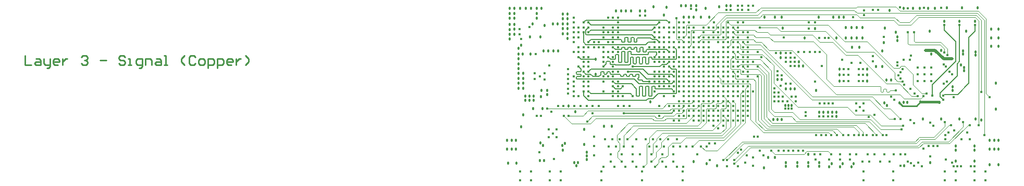
<source format=gbr>
G04 Layer_Physical_Order=3*
G04 Layer_Color=36540*
%FSLAX24Y24*%
%MOIN*%
%TF.FileFunction,Copper,L3,Inr,Signal*%
%TF.Part,Single*%
G01*
G75*
%TA.AperFunction,Conductor*%
%ADD42C,0.0060*%
%ADD45C,0.0150*%
%ADD48C,0.0200*%
%ADD51C,0.0100*%
%TA.AperFunction,NonConductor*%
%ADD55C,0.0100*%
%TA.AperFunction,ViaPad*%
%ADD59C,0.0160*%
%ADD60C,0.0180*%
%TA.AperFunction,TestPad*%
%ADD61C,0.0160*%
%TA.AperFunction,ViaPad*%
%ADD62C,0.0170*%
%TA.AperFunction,Conductor*%
%ADD68C,0.0045*%
%ADD69C,0.0040*%
%ADD70C,0.0064*%
D42*
X7362Y7795D02*
X8228D01*
X7323Y7835D02*
X7362Y7795D01*
X7047Y7835D02*
X7323D01*
X6297Y7045D02*
X6417Y7165D01*
X5748Y7205D02*
X5908Y7045D01*
X6297D01*
X4882Y6890D02*
X8543D01*
X4843Y6929D02*
X4882Y6890D01*
X9449Y7874D02*
X9488Y7913D01*
X9331Y7874D02*
X9449D01*
X9291Y7913D02*
X9331Y7874D01*
X10197Y7677D02*
X10352Y7832D01*
X8465Y7677D02*
X10197D01*
X9291Y7913D02*
Y8268D01*
X9055Y7874D02*
X9094Y7913D01*
X8937Y7874D02*
X9055D01*
X8898Y7913D02*
X8937Y7874D01*
X8661D02*
X8701Y7913D01*
X8543Y7874D02*
X8661D01*
X8504Y7913D02*
X8543Y7874D01*
X11260Y8189D02*
Y8780D01*
X11102Y8937D02*
X11260Y8780D01*
X9449Y5630D02*
X9764D01*
X9331Y5512D02*
X9449Y5630D01*
X5630Y5512D02*
X9331D01*
X5630D02*
Y5512D01*
X5315Y5827D02*
X5630Y5512D01*
X10079Y5945D02*
X11220D01*
X9764Y5630D02*
X10079Y5945D01*
X9882Y6299D02*
X9921Y6260D01*
X9882Y6299D02*
Y6378D01*
X9843Y6417D02*
X9882Y6378D01*
X9724Y6417D02*
X9843D01*
X9685Y6378D02*
X9724Y6417D01*
X9685Y5827D02*
Y6378D01*
X9646Y5787D02*
X9685Y5827D01*
X9528Y5787D02*
X9646D01*
X9488Y5827D02*
X9528Y5787D01*
X9488Y5827D02*
Y6378D01*
X9449Y6417D02*
X9488Y6378D01*
X9331Y6417D02*
X9449D01*
X9291Y6378D02*
X9331Y6417D01*
X9291Y5827D02*
Y6378D01*
X9252Y5787D02*
X9291Y5827D01*
X9134Y5787D02*
X9252D01*
X9094Y5827D02*
X9134Y5787D01*
X9094Y5827D02*
Y6378D01*
X9055Y6417D02*
X9094Y6378D01*
X8937Y6417D02*
X9055D01*
X8898Y6378D02*
X8937Y6417D01*
X8898Y5827D02*
Y6378D01*
X8858Y5787D02*
X8898Y5827D01*
X8740Y5787D02*
X8858D01*
X8701Y5827D02*
X8740Y5787D01*
X8701Y5827D02*
Y6260D01*
X9921D02*
X10945D01*
X10352Y7832D02*
X10627D01*
X10787Y7992D01*
X9843Y8307D02*
X10000Y8465D01*
Y8583D01*
X9961Y8622D02*
X10000Y8583D01*
X9488Y8622D02*
X9961D01*
X9449Y8583D02*
X9488Y8622D01*
X9449Y8504D02*
Y8583D01*
X9409Y8465D02*
X9449Y8504D01*
X8386Y8465D02*
X9409D01*
X8346Y8504D02*
X8386Y8465D01*
X9370Y8780D02*
X10630D01*
X9331Y8740D02*
X9370Y8780D01*
X9331Y8661D02*
Y8740D01*
X9291Y8622D02*
X9331Y8661D01*
X9173Y8622D02*
X9291D01*
X9134Y8661D02*
X9173Y8622D01*
X9134Y8661D02*
Y8898D01*
X9094Y8937D02*
X9134Y8898D01*
X8976Y8937D02*
X9094D01*
X8937Y8898D02*
X8976Y8937D01*
X8937Y8661D02*
Y8898D01*
X8898Y8622D02*
X8937Y8661D01*
X8780Y8622D02*
X8898D01*
X8740Y8661D02*
X8780Y8622D01*
X8740Y8661D02*
Y8898D01*
X8701Y8937D02*
X8740Y8898D01*
X8583Y8937D02*
X8701D01*
X8543Y8898D02*
X8583Y8937D01*
X8543Y8819D02*
Y8898D01*
X8504Y8780D02*
X8543Y8819D01*
X8386Y8780D02*
X8504D01*
X8346Y8819D02*
X8386Y8780D01*
X8346Y8819D02*
Y8898D01*
X8307Y8937D02*
X8346Y8898D01*
X8189Y8937D02*
X8307D01*
X8150Y8898D02*
X8189Y8937D01*
X8150Y8819D02*
Y8898D01*
X8110Y8780D02*
X8150Y8819D01*
X7992Y8780D02*
X8110D01*
X7953Y8819D02*
X7992Y8780D01*
X7953Y8819D02*
Y8898D01*
X7913Y8937D02*
X7953Y8898D01*
X7795Y8937D02*
X7913D01*
X7756Y8898D02*
X7795Y8937D01*
X7756Y8819D02*
Y8898D01*
X7717Y8780D02*
X7756Y8819D01*
X7362Y8780D02*
X7717D01*
X9724Y9409D02*
X10000D01*
X9606Y9528D02*
X9724Y9409D01*
X8780Y9528D02*
X9606D01*
X8740Y9488D02*
X8780Y9528D01*
X8740Y9488D02*
X8740D01*
X8740Y9291D02*
Y9488D01*
X8701Y9252D02*
X8740Y9291D01*
X8583Y9252D02*
X8701D01*
X8543Y9291D02*
X8583Y9252D01*
X8543Y9291D02*
Y9528D01*
X8504Y9567D02*
X8543Y9528D01*
X8386Y9567D02*
X8504D01*
X8346Y9528D02*
X8386Y9567D01*
X8346Y9291D02*
Y9528D01*
X8307Y9252D02*
X8346Y9291D01*
X8189Y9252D02*
X8307D01*
X8150Y9291D02*
X8189Y9252D01*
X8150Y9291D02*
Y9528D01*
X8110Y9567D02*
X8150Y9528D01*
X7992Y9567D02*
X8110D01*
X7953Y9528D02*
X7992Y9567D01*
X7953Y9291D02*
Y9528D01*
X7913Y9252D02*
X7953Y9291D01*
X7795Y9252D02*
X7913D01*
X7756Y9291D02*
X7795Y9252D01*
X7756Y9291D02*
Y9370D01*
X7717Y9409D02*
X7756Y9370D01*
X5787Y9409D02*
X7717D01*
X5787Y7520D02*
X9134D01*
X5630Y7362D02*
X5787Y7520D01*
X9134D02*
X9449Y7205D01*
X10787Y7677D02*
X10945Y7520D01*
X11220D01*
X11260Y7480D01*
Y5984D02*
Y7480D01*
X11220Y5945D02*
X11260Y5984D01*
X5315Y5827D02*
Y6102D01*
X10945Y6575D02*
X11102Y6732D01*
X8858Y6575D02*
X10945D01*
X5315Y7362D02*
X5472Y7205D01*
Y7205D02*
X5748D01*
X7205Y6732D02*
X7362Y6575D01*
X10945Y6260D02*
X11102Y6102D01*
X7205Y6417D02*
X7205D01*
X7362Y6260D01*
X10630Y6890D02*
X10787Y6732D01*
X8543Y6890D02*
X8858Y6575D01*
X8150Y7362D02*
X8898D01*
X9370Y6890D01*
X10630D01*
X5630Y6102D02*
X5630D01*
X5787Y5945D01*
X10945Y7205D02*
X11102Y7047D01*
X9449Y7205D02*
X10945D01*
X7205Y8937D02*
X7362Y8780D01*
X10630D02*
X10787Y8622D01*
X5630Y9252D02*
X5787Y9409D01*
X10000D02*
X10157Y9252D01*
X6890Y8307D02*
X7047Y8150D01*
Y8150D02*
Y8150D01*
Y8150D02*
X7323D01*
X7362Y8189D01*
Y8425D01*
X7402Y8465D01*
X7520D01*
X7559Y8425D01*
Y7992D02*
Y8425D01*
X8150Y7992D02*
Y8622D01*
X8189Y8661D01*
X8307D01*
X8346Y8622D01*
Y8504D02*
Y8622D01*
X5630Y9882D02*
X5787Y10039D01*
X9685D01*
X9843Y10197D01*
X5630Y10512D02*
X5787Y10354D01*
X10000D01*
X10157Y10512D01*
X5472Y10039D02*
X5630Y10197D01*
X5472Y9764D02*
Y10039D01*
Y9764D02*
X5512Y9724D01*
X9685D01*
X9843Y9567D01*
X5315Y10512D02*
X5472Y10669D01*
X10630D01*
X10787Y10512D01*
X5315Y9252D02*
Y9882D01*
Y9252D02*
X5472Y9094D01*
X9291D01*
X9449Y9252D01*
X9843D01*
X5787Y5945D02*
X8307D01*
X8465Y5787D01*
X7362Y6575D02*
X8386D01*
X8701Y6260D01*
X11220Y8150D02*
X11260Y8189D01*
X11260D01*
X9724Y8150D02*
X11220D01*
X8307Y7874D02*
Y8268D01*
X8346Y8307D01*
X8465D01*
X8504Y8268D01*
Y7913D02*
Y8268D01*
X8701Y7913D02*
Y8268D01*
X8740Y8307D01*
X8858D01*
X8898Y8268D01*
Y7913D02*
Y8268D01*
X9094Y7913D02*
Y8268D01*
X9134Y8307D01*
X9252D01*
X9291Y8268D01*
X9488Y7913D02*
Y8268D01*
X9528Y8307D01*
X9646D01*
X9685Y8268D01*
Y8189D02*
Y8268D01*
Y8189D02*
X9724Y8150D01*
X7559Y7992D02*
X7598Y7953D01*
X7717D01*
X7756Y7992D01*
X7756D01*
Y8622D01*
X7795Y8661D01*
X7913D01*
X7953Y8622D01*
Y7992D02*
Y8622D01*
Y7992D02*
X7992Y7953D01*
X8110D01*
X8150Y7992D01*
X8228Y7795D02*
X8307Y7874D01*
X6575Y7677D02*
X6772Y7874D01*
Y7992D01*
X6811Y8031D01*
X6969D01*
X7008Y7992D01*
Y7874D02*
Y7992D01*
Y7874D02*
X7047Y7835D01*
X7362Y6260D02*
X7677D01*
X7835Y6417D01*
X6417Y7165D02*
Y7323D01*
X6457Y7362D01*
X6575D01*
X6614Y7323D01*
Y7244D02*
Y7323D01*
Y7244D02*
X6654Y7205D01*
X6772D01*
X6811Y7244D01*
Y7323D01*
X6850Y7362D01*
X6969D01*
X7008Y7323D01*
Y7244D02*
Y7323D01*
Y7244D02*
X7047Y7205D01*
X7638D01*
X7677Y7165D01*
Y7087D02*
Y7165D01*
Y7087D02*
X7717Y7047D01*
X7835D01*
X7874Y7087D01*
Y7165D01*
X7913Y7205D01*
X8031D01*
X8071Y7165D01*
Y7087D02*
Y7165D01*
Y7087D02*
X8110Y7047D01*
X8228D01*
X8268Y7087D01*
X8268D01*
Y7165D01*
X8307Y7205D01*
X8425D01*
X8465Y7165D01*
Y7087D02*
Y7165D01*
Y7087D02*
X8504Y7047D01*
X9134Y6732D02*
X9528D01*
X8504Y7047D02*
X8622D01*
X8661Y7087D01*
Y7165D01*
X8701Y7205D01*
X8819D01*
X8858Y7165D01*
Y7008D02*
Y7165D01*
X8780Y6929D02*
X8858Y7008D01*
X8780Y6890D02*
Y6929D01*
Y6890D02*
X8858Y6811D01*
X9055D01*
X9134Y6732D01*
X5000Y7677D02*
X5157Y7520D01*
Y7402D02*
Y7520D01*
X5118Y7362D02*
X5157Y7402D01*
X4882Y7362D02*
X5118D01*
X4843Y7323D02*
X4882Y7362D01*
X4843Y7244D02*
Y7323D01*
Y7244D02*
X4882Y7205D01*
X5118D01*
X5157Y7165D01*
Y7087D02*
Y7165D01*
X5118Y7047D02*
X5157Y7087D01*
X4882Y7047D02*
X5118D01*
X4843Y7008D02*
X4882Y7047D01*
X4843Y6929D02*
Y7008D01*
D45*
X26870Y5413D02*
X28051D01*
X28071Y5394D01*
D48*
X27205Y8740D02*
X27795D01*
X28346Y8189D02*
X28898D01*
X27795Y8740D02*
X28346Y8189D01*
D51*
X26614Y5157D02*
X26870Y5413D01*
X25709Y5157D02*
X26614D01*
X25512Y5354D02*
X25709Y5157D01*
D55*
X-30400Y8400D02*
Y7800D01*
X-30000D01*
X-29700Y8200D02*
X-29500D01*
X-29400Y8100D01*
Y7800D01*
X-29700D01*
X-29800Y7900D01*
X-29700Y8000D01*
X-29400D01*
X-29200Y8200D02*
Y7900D01*
X-29100Y7800D01*
X-28801D01*
Y7700D01*
X-28900Y7600D01*
X-29000D01*
X-28801Y7800D02*
Y8200D01*
X-28301Y7800D02*
X-28501D01*
X-28601Y7900D01*
Y8100D01*
X-28501Y8200D01*
X-28301D01*
X-28201Y8100D01*
Y8000D01*
X-28601D01*
X-28001Y8200D02*
Y7800D01*
Y8000D01*
X-27901Y8100D01*
X-27801Y8200D01*
X-27701D01*
X-26801Y8300D02*
X-26701Y8400D01*
X-26501D01*
X-26401Y8300D01*
Y8200D01*
X-26501Y8100D01*
X-26601D01*
X-26501D01*
X-26401Y8000D01*
Y7900D01*
X-26501Y7800D01*
X-26701D01*
X-26801Y7900D01*
X-25602Y8100D02*
X-25202D01*
X-24002Y8300D02*
X-24102Y8400D01*
X-24302D01*
X-24402Y8300D01*
Y8200D01*
X-24302Y8100D01*
X-24102D01*
X-24002Y8000D01*
Y7900D01*
X-24102Y7800D01*
X-24302D01*
X-24402Y7900D01*
X-23802Y7800D02*
X-23602D01*
X-23702D01*
Y8200D01*
X-23802D01*
X-23102Y7600D02*
X-23002D01*
X-22902Y7700D01*
Y8200D01*
X-23202D01*
X-23302Y8100D01*
Y7900D01*
X-23202Y7800D01*
X-22902D01*
X-22702D02*
Y8200D01*
X-22403D01*
X-22303Y8100D01*
Y7800D01*
X-22003Y8200D02*
X-21803D01*
X-21703Y8100D01*
Y7800D01*
X-22003D01*
X-22103Y7900D01*
X-22003Y8000D01*
X-21703D01*
X-21503Y7800D02*
X-21303D01*
X-21403D01*
Y8400D01*
X-21503D01*
X-20203Y7800D02*
X-20403Y8000D01*
Y8200D01*
X-20203Y8400D01*
X-19504Y8300D02*
X-19603Y8400D01*
X-19803D01*
X-19903Y8300D01*
Y7900D01*
X-19803Y7800D01*
X-19603D01*
X-19504Y7900D01*
X-19204Y7800D02*
X-19004D01*
X-18904Y7900D01*
Y8100D01*
X-19004Y8200D01*
X-19204D01*
X-19304Y8100D01*
Y7900D01*
X-19204Y7800D01*
X-18704Y7600D02*
Y8200D01*
X-18404D01*
X-18304Y8100D01*
Y7900D01*
X-18404Y7800D01*
X-18704D01*
X-18104Y7600D02*
Y8200D01*
X-17804D01*
X-17704Y8100D01*
Y7900D01*
X-17804Y7800D01*
X-18104D01*
X-17204D02*
X-17404D01*
X-17504Y7900D01*
Y8100D01*
X-17404Y8200D01*
X-17204D01*
X-17104Y8100D01*
Y8000D01*
X-17504D01*
X-16904Y8200D02*
Y7800D01*
Y8000D01*
X-16804Y8100D01*
X-16704Y8200D01*
X-16604D01*
X-16305Y7800D02*
X-16105Y8000D01*
Y8200D01*
X-16305Y8400D01*
D59*
X25591Y2047D02*
D03*
X25906D02*
D03*
X25157D02*
D03*
X22913Y3307D02*
D03*
X22638D02*
D03*
X22244D02*
D03*
X21929D02*
D03*
X21535D02*
D03*
X21142D02*
D03*
X20827D02*
D03*
X20512D02*
D03*
X20197D02*
D03*
X21024Y1732D02*
D03*
X17323Y2283D02*
D03*
X17795D02*
D03*
X18110D02*
D03*
X18425D02*
D03*
X18740D02*
D03*
X19055D02*
D03*
X19370D02*
D03*
X20079Y2047D02*
D03*
X20157Y1732D02*
D03*
X20472Y2047D02*
D03*
X21142D02*
D03*
X21732Y1732D02*
D03*
X22362Y2047D02*
D03*
Y1732D02*
D03*
X21732Y2047D02*
D03*
X22756D02*
D03*
X23504D02*
D03*
X23583Y1575D02*
D03*
X23150D02*
D03*
X24291D02*
D03*
X24567Y2047D02*
D03*
X23937D02*
D03*
X24882Y1575D02*
D03*
X16811Y2008D02*
D03*
X16575Y2283D02*
D03*
X15748Y2008D02*
D03*
X16142Y1850D02*
D03*
X13189Y2559D02*
D03*
X13346Y2756D02*
D03*
X12598Y2047D02*
D03*
X12835Y2559D02*
D03*
X11496D02*
D03*
X11693Y1260D02*
D03*
X11890Y2559D02*
D03*
X12283D02*
D03*
X11299Y3031D02*
D03*
X11063Y2047D02*
D03*
Y2559D02*
D03*
X10354Y2047D02*
D03*
X9646D02*
D03*
X8937D02*
D03*
X8701Y3031D02*
D03*
X8465Y2559D02*
D03*
Y2047D02*
D03*
X7756D02*
D03*
X7047D02*
D03*
X10472Y2559D02*
D03*
X10000D02*
D03*
X9528D02*
D03*
X7874D02*
D03*
X7402D02*
D03*
X6929D02*
D03*
X30748Y6063D02*
D03*
X30591Y3937D02*
D03*
X30945Y3307D02*
D03*
X22559Y10866D02*
D03*
X23031Y7913D02*
D03*
X21870Y8110D02*
D03*
X22441Y7913D02*
D03*
X12047Y10512D02*
D03*
X11732D02*
D03*
Y9882D02*
D03*
X11417Y9252D02*
D03*
X23268Y11299D02*
D03*
Y10984D02*
D03*
X12362Y10197D02*
D03*
X11417Y10512D02*
D03*
X23819Y8031D02*
D03*
Y8346D02*
D03*
X24173Y11339D02*
D03*
X26063Y9882D02*
D03*
X26457D02*
D03*
Y4055D02*
D03*
X26220Y4252D02*
D03*
X27677Y3898D02*
D03*
X27480Y4094D02*
D03*
X29606Y4134D02*
D03*
X28819Y3937D02*
D03*
X28425Y4134D02*
D03*
X30039Y3937D02*
D03*
X25591Y4331D02*
D03*
X15197Y2165D02*
D03*
X11417Y4213D02*
D03*
X24528Y9606D02*
D03*
X16220Y3189D02*
D03*
X16457D02*
D03*
X14961Y1457D02*
D03*
X27953Y2598D02*
D03*
X27402D02*
D03*
X27677D02*
D03*
X23819Y3307D02*
D03*
X23425D02*
D03*
X23189D02*
D03*
X24449D02*
D03*
X24055D02*
D03*
X24685D02*
D03*
X9843Y9882D02*
D03*
X11732Y5787D02*
D03*
X19528Y4764D02*
D03*
Y4528D02*
D03*
X11102Y9252D02*
D03*
X26063Y11417D02*
D03*
X19409Y8622D02*
D03*
X19803D02*
D03*
X20118D02*
D03*
X20433D02*
D03*
X19055D02*
D03*
X25669Y3661D02*
D03*
X28661Y3465D02*
D03*
X16457Y8622D02*
D03*
X15512Y8937D02*
D03*
X15827D02*
D03*
X14567Y8307D02*
D03*
X14882Y7992D02*
D03*
X14567D02*
D03*
X14882Y8307D02*
D03*
Y7677D02*
D03*
X15197Y8307D02*
D03*
X15512D02*
D03*
X15827D02*
D03*
X15197Y7677D02*
D03*
X16457D02*
D03*
X16142Y7992D02*
D03*
X16457Y7047D02*
D03*
X14252Y7992D02*
D03*
X15827Y7677D02*
D03*
Y7992D02*
D03*
X15512Y7677D02*
D03*
X13937Y8622D02*
D03*
X14567Y7677D02*
D03*
X15197Y7362D02*
D03*
X13937Y7992D02*
D03*
X14252Y7677D02*
D03*
X15827Y7047D02*
D03*
X14882Y7362D02*
D03*
Y7047D02*
D03*
X27047Y2441D02*
D03*
X15827Y8622D02*
D03*
X14882D02*
D03*
X15197D02*
D03*
X14567D02*
D03*
X15197Y9252D02*
D03*
X15512D02*
D03*
Y8622D02*
D03*
X26457Y1339D02*
D03*
X26732Y1535D02*
D03*
X26969Y1299D02*
D03*
X28465Y3031D02*
D03*
Y3307D02*
D03*
X28504Y1732D02*
D03*
X31299Y5709D02*
D03*
X11732Y9567D02*
D03*
X12047Y8937D02*
D03*
X12677Y9567D02*
D03*
Y9252D02*
D03*
X29843Y3465D02*
D03*
X29488Y3031D02*
D03*
X29016Y3583D02*
D03*
X13937Y9567D02*
D03*
Y10197D02*
D03*
X14252D02*
D03*
X14567Y10512D02*
D03*
X30039Y3031D02*
D03*
X20748Y9528D02*
D03*
X15197Y9882D02*
D03*
Y9567D02*
D03*
X14567Y10197D02*
D03*
X13622Y9882D02*
D03*
Y10197D02*
D03*
X14252Y9567D02*
D03*
X14882Y8937D02*
D03*
X15197D02*
D03*
X15827Y9882D02*
D03*
X18110Y9567D02*
D03*
X14882D02*
D03*
X20394Y9528D02*
D03*
X14567Y9567D02*
D03*
X13937Y9882D02*
D03*
X12047D02*
D03*
X13740Y2756D02*
D03*
X14488Y1693D02*
D03*
Y1299D02*
D03*
X14252Y1693D02*
D03*
X13386D02*
D03*
X15827Y5157D02*
D03*
X15512D02*
D03*
X15827Y6102D02*
D03*
Y6417D02*
D03*
X15512Y6102D02*
D03*
X15197Y6417D02*
D03*
X14567Y5157D02*
D03*
X15512Y4213D02*
D03*
X15197D02*
D03*
X15512Y4843D02*
D03*
Y4528D02*
D03*
X15197D02*
D03*
Y4843D02*
D03*
X14567Y4528D02*
D03*
Y4843D02*
D03*
X14882Y5787D02*
D03*
X14252Y4843D02*
D03*
Y4528D02*
D03*
X13937Y3740D02*
D03*
X13622Y5157D02*
D03*
Y3898D02*
D03*
Y4213D02*
D03*
X12992Y4843D02*
D03*
X12992Y5157D02*
D03*
Y4213D02*
D03*
X13307Y4528D02*
D03*
X12992D02*
D03*
X12362D02*
D03*
X12047D02*
D03*
X12677Y5472D02*
D03*
X11417Y4843D02*
D03*
Y4528D02*
D03*
X12362Y5157D02*
D03*
X8110Y3031D02*
D03*
X7638D02*
D03*
X7165D02*
D03*
X6693D02*
D03*
X14252Y5472D02*
D03*
X13937Y5787D02*
D03*
Y4843D02*
D03*
X13622D02*
D03*
Y5472D02*
D03*
X16575Y10197D02*
D03*
X25276Y6142D02*
D03*
X14567Y8937D02*
D03*
X19724Y10118D02*
D03*
X20118Y10512D02*
D03*
X19724D02*
D03*
X14252Y6102D02*
D03*
X13622Y4528D02*
D03*
Y5787D02*
D03*
X13307D02*
D03*
X12677D02*
D03*
X11417Y5472D02*
D03*
X11102Y5157D02*
D03*
X9173Y1260D02*
D03*
X9882D02*
D03*
X9646Y1575D02*
D03*
X10354D02*
D03*
X10591Y1260D02*
D03*
X11063Y1575D02*
D03*
X11299Y1260D02*
D03*
X8701D02*
D03*
X8465Y1575D02*
D03*
X7992Y1260D02*
D03*
X7756Y1575D02*
D03*
X7047D02*
D03*
X7283Y1260D02*
D03*
X6575D02*
D03*
X10787Y5157D02*
D03*
X10157Y4528D02*
D03*
X11102Y4213D02*
D03*
X11417Y5157D02*
D03*
X13307Y6417D02*
D03*
X15197Y10512D02*
D03*
X13307Y10197D02*
D03*
X10157Y5157D02*
D03*
X4331Y7520D02*
D03*
Y7205D02*
D03*
Y6890D02*
D03*
Y6575D02*
D03*
Y6260D02*
D03*
Y5945D02*
D03*
X11102Y10197D02*
D03*
X6575Y9567D02*
D03*
X5315Y6732D02*
D03*
X10787Y7362D02*
D03*
Y7047D02*
D03*
X10472D02*
D03*
X10157Y6417D02*
D03*
X10787Y7677D02*
D03*
X11102Y6732D02*
D03*
X8465Y7677D02*
D03*
X5315Y6102D02*
D03*
X10787Y7992D02*
D03*
X10157Y7362D02*
D03*
X9843Y7047D02*
D03*
X5315Y6417D02*
D03*
X11102Y7362D02*
D03*
X5315Y7047D02*
D03*
X11417Y6417D02*
D03*
X8465Y5787D02*
D03*
X10472D02*
D03*
X11102D02*
D03*
X9843Y6732D02*
D03*
X10157D02*
D03*
X13307Y5472D02*
D03*
X15512Y6732D02*
D03*
X12047Y8307D02*
D03*
X12362Y8937D02*
D03*
X11732D02*
D03*
X15669Y1535D02*
D03*
X16142Y1339D02*
D03*
X15197Y1299D02*
D03*
X12992Y8937D02*
D03*
X12677Y6417D02*
D03*
X12362D02*
D03*
X12677Y6102D02*
D03*
X12047Y6417D02*
D03*
X12362Y7677D02*
D03*
X12677Y7362D02*
D03*
X11732Y6417D02*
D03*
X5000Y9882D02*
D03*
Y9567D02*
D03*
X7205Y9252D02*
D03*
X7520Y8937D02*
D03*
Y8622D02*
D03*
X10472Y6732D02*
D03*
X11102Y7047D02*
D03*
X10157D02*
D03*
X10787Y9252D02*
D03*
X7835Y5787D02*
D03*
X11102Y6417D02*
D03*
X5315Y7362D02*
D03*
X5000Y7677D02*
D03*
X9528Y6732D02*
D03*
X11102Y6102D02*
D03*
X10787Y6732D02*
D03*
X8150Y7362D02*
D03*
X10787Y8307D02*
D03*
Y8937D02*
D03*
X11417Y8307D02*
D03*
Y7992D02*
D03*
Y7677D02*
D03*
X7205Y8937D02*
D03*
X10787Y8622D02*
D03*
X5315Y8937D02*
D03*
X5630D02*
D03*
X10157Y8307D02*
D03*
X10472D02*
D03*
Y7992D02*
D03*
X10157D02*
D03*
X5000Y8937D02*
D03*
X5630Y8307D02*
D03*
X9843Y7992D02*
D03*
Y8307D02*
D03*
X6575Y8622D02*
D03*
X5630Y9252D02*
D03*
X10157D02*
D03*
X5315Y8622D02*
D03*
X6890Y9252D02*
D03*
X9843Y8937D02*
D03*
X9528D02*
D03*
X6575D02*
D03*
X10157Y8937D02*
D03*
X10472Y8937D02*
D03*
X11102D02*
D03*
X6890Y8307D02*
D03*
X5630Y9882D02*
D03*
X9843Y10197D02*
D03*
X10157Y9882D02*
D03*
Y9567D02*
D03*
X10472Y9252D02*
D03*
X6890Y10827D02*
D03*
X10787Y10197D02*
D03*
X5630Y10512D02*
D03*
X10157D02*
D03*
X6575Y10197D02*
D03*
Y9882D02*
D03*
X6890D02*
D03*
X5630Y10197D02*
D03*
X9843Y9567D02*
D03*
X5315Y10512D02*
D03*
X10787D02*
D03*
X5315Y9882D02*
D03*
X9843Y9252D02*
D03*
X7205Y10197D02*
D03*
X7835Y6417D02*
D03*
X9843Y7362D02*
D03*
X4055Y4528D02*
D03*
X4370D02*
D03*
X2992Y5000D02*
D03*
X5551Y4173D02*
D03*
X12362Y5472D02*
D03*
X11732Y5157D02*
D03*
Y4843D02*
D03*
X12677Y5157D02*
D03*
X2598Y4528D02*
D03*
X2323D02*
D03*
X12362Y4213D02*
D03*
X12677D02*
D03*
X11732Y4528D02*
D03*
X11102Y4843D02*
D03*
X7874Y4685D02*
D03*
X12047Y5157D02*
D03*
X5906Y4685D02*
D03*
X3701Y5157D02*
D03*
X11732Y9252D02*
D03*
X11260Y10787D02*
D03*
X1339Y9449D02*
D03*
X15197Y10197D02*
D03*
X15512Y9882D02*
D03*
X12992Y9567D02*
D03*
X25709Y7520D02*
D03*
X25591Y7323D02*
D03*
X25709Y6732D02*
D03*
X25827Y6535D02*
D03*
X25591Y6929D02*
D03*
X26220Y6260D02*
D03*
X14252Y9252D02*
D03*
Y8937D02*
D03*
X27244Y5945D02*
D03*
X27047Y5787D02*
D03*
X26693D02*
D03*
X26496Y5945D02*
D03*
X13937Y9252D02*
D03*
X12362Y9882D02*
D03*
X11102D02*
D03*
X12992Y9252D02*
D03*
X14882Y10197D02*
D03*
X15512Y10512D02*
D03*
X25472Y7126D02*
D03*
X14882Y9882D02*
D03*
X9291Y3031D02*
D03*
X9764D02*
D03*
X10236D02*
D03*
X10709D02*
D03*
X13307Y4213D02*
D03*
X14252D02*
D03*
X28346Y6575D02*
D03*
X28543Y6732D02*
D03*
X28346Y7835D02*
D03*
X14252Y5787D02*
D03*
X14567Y5472D02*
D03*
X14882D02*
D03*
X13937Y4213D02*
D03*
Y4528D02*
D03*
X14252Y5157D02*
D03*
X14567Y4213D02*
D03*
X14882D02*
D03*
X14252Y3898D02*
D03*
X26260Y8386D02*
D03*
X26181Y8110D02*
D03*
X25787D02*
D03*
X27638Y5827D02*
D03*
X28307Y5551D02*
D03*
Y5827D02*
D03*
X28976Y5709D02*
D03*
X11417Y10197D02*
D03*
X12992Y9882D02*
D03*
X13307Y9567D02*
D03*
X30354Y10344D02*
D03*
X29370D02*
D03*
X28386D02*
D03*
Y8583D02*
D03*
X28583Y8425D02*
D03*
X28502Y7679D02*
D03*
X28740Y7362D02*
D03*
X28896Y7207D02*
D03*
X12992Y10197D02*
D03*
X30315Y1299D02*
D03*
X30079D02*
D03*
X12677Y8937D02*
D03*
X28898Y1535D02*
D03*
X29449Y1299D02*
D03*
X29213D02*
D03*
X28976D02*
D03*
X25591Y1339D02*
D03*
X26063Y1575D02*
D03*
X15827Y5472D02*
D03*
X15197Y5787D02*
D03*
Y6102D02*
D03*
X14567Y5787D02*
D03*
X15512Y6417D02*
D03*
X14252D02*
D03*
X14567D02*
D03*
X14882D02*
D03*
X15827Y5787D02*
D03*
X16142Y6102D02*
D03*
X14567Y6732D02*
D03*
X14882D02*
D03*
X14252D02*
D03*
Y7047D02*
D03*
X15197Y6732D02*
D03*
Y7047D02*
D03*
X15827Y6732D02*
D03*
X13937Y7047D02*
D03*
X14252Y7362D02*
D03*
Y8622D02*
D03*
X26260Y1496D02*
D03*
X25748Y3898D02*
D03*
X16693Y8307D02*
D03*
X25236Y4331D02*
D03*
X20984Y9528D02*
D03*
X20118Y6732D02*
D03*
X23937Y4606D02*
D03*
X13307Y6732D02*
D03*
X11417D02*
D03*
Y7362D02*
D03*
Y7047D02*
D03*
X13622Y9567D02*
D03*
X12992Y7992D02*
D03*
X12677Y7677D02*
D03*
X13622Y7992D02*
D03*
X12992Y7677D02*
D03*
X13307Y7992D02*
D03*
Y7677D02*
D03*
Y7362D02*
D03*
X12992Y7047D02*
D03*
X12047D02*
D03*
X12362D02*
D03*
X12677D02*
D03*
X12992Y7362D02*
D03*
X12362Y7992D02*
D03*
X13661Y10512D02*
D03*
X15394Y2362D02*
D03*
X27480Y1929D02*
D03*
X11417Y8937D02*
D03*
X14961Y1693D02*
D03*
X3268Y4803D02*
D03*
X20551Y7717D02*
D03*
D60*
X21024Y1260D02*
D03*
X17992Y10866D02*
D03*
X23150Y10197D02*
D03*
X22795D02*
D03*
X22441D02*
D03*
X22087D02*
D03*
X23150Y9528D02*
D03*
X22795D02*
D03*
X22441D02*
D03*
X22087D02*
D03*
X22953Y8937D02*
D03*
X22480D02*
D03*
X21299Y10866D02*
D03*
X21654D02*
D03*
X21969D02*
D03*
X24409Y8701D02*
D03*
Y7677D02*
D03*
X24016D02*
D03*
X20354Y10866D02*
D03*
X29803Y9961D02*
D03*
X27441D02*
D03*
X27205Y8740D02*
D03*
X30394Y4331D02*
D03*
X29370D02*
D03*
X28189D02*
D03*
X27008D02*
D03*
X30748Y4252D02*
D03*
X26870Y5413D02*
D03*
X28071Y5394D02*
D03*
X25787D02*
D03*
X26024D02*
D03*
X19685Y1535D02*
D03*
X20394Y1299D02*
D03*
X19685D02*
D03*
X18976D02*
D03*
X18268D02*
D03*
X16850Y1181D02*
D03*
X11563Y11575D02*
D03*
X24882Y11299D02*
D03*
X14449Y11575D02*
D03*
X14724D02*
D03*
X11850D02*
D03*
X12520D02*
D03*
Y11339D02*
D03*
X29370Y10600D02*
D03*
X29587Y8701D02*
D03*
X29646Y7441D02*
D03*
X30394Y8628D02*
D03*
X17717Y4291D02*
D03*
X17441D02*
D03*
X2598Y5748D02*
D03*
X2126Y5512D02*
D03*
Y5787D02*
D03*
X1575D02*
D03*
Y5512D02*
D03*
X1850D02*
D03*
X31378Y9528D02*
D03*
Y8976D02*
D03*
Y10079D02*
D03*
X31850Y9528D02*
D03*
Y8976D02*
D03*
Y10079D02*
D03*
Y2953D02*
D03*
Y1378D02*
D03*
Y2402D02*
D03*
X31575D02*
D03*
X31299Y2953D02*
D03*
X31575D02*
D03*
X31299Y1378D02*
D03*
Y2402D02*
D03*
X433D02*
D03*
Y2953D02*
D03*
X474Y1500D02*
D03*
X984Y2953D02*
D03*
X709Y2402D02*
D03*
X984D02*
D03*
X709Y2953D02*
D03*
X1026Y1500D02*
D03*
X20197Y6142D02*
D03*
X18819Y6260D02*
D03*
X18543D02*
D03*
X18268D02*
D03*
X17717Y6850D02*
D03*
X17992D02*
D03*
X17913Y8268D02*
D03*
Y8543D02*
D03*
X18622Y5197D02*
D03*
X18425D02*
D03*
X18228D02*
D03*
X23465Y7165D02*
D03*
Y6772D02*
D03*
Y7520D02*
D03*
X21693D02*
D03*
Y7165D02*
D03*
Y6772D02*
D03*
X24606Y10157D02*
D03*
X16890Y10866D02*
D03*
X1457Y7244D02*
D03*
Y6929D02*
D03*
Y6614D02*
D03*
Y6299D02*
D03*
X1142D02*
D03*
Y6614D02*
D03*
Y6929D02*
D03*
Y7244D02*
D03*
Y7559D02*
D03*
Y7874D02*
D03*
Y8189D02*
D03*
Y8504D02*
D03*
X3386Y8701D02*
D03*
X3071D02*
D03*
X1417Y8504D02*
D03*
X591Y10787D02*
D03*
Y11102D02*
D03*
Y11417D02*
D03*
Y9449D02*
D03*
Y9764D02*
D03*
Y10065D02*
D03*
Y10394D02*
D03*
X2047Y10433D02*
D03*
X1260Y11417D02*
D03*
X1614D02*
D03*
X1969D02*
D03*
X2638D02*
D03*
X2323D02*
D03*
Y11102D02*
D03*
Y10787D02*
D03*
X906Y11417D02*
D03*
Y11102D02*
D03*
Y10787D02*
D03*
X4291Y9488D02*
D03*
X3976Y11063D02*
D03*
X9252Y11260D02*
D03*
X21496Y4488D02*
D03*
Y4764D02*
D03*
X21220D02*
D03*
X20394Y1535D02*
D03*
X18976D02*
D03*
X18268D02*
D03*
X19685Y2047D02*
D03*
X17559Y1850D02*
D03*
X17126D02*
D03*
X25827Y1339D02*
D03*
X27480Y1535D02*
D03*
X25512Y5354D02*
D03*
X25787Y11417D02*
D03*
X26378D02*
D03*
X27362D02*
D03*
X30354Y10600D02*
D03*
X19449Y9528D02*
D03*
X25394Y9606D02*
D03*
Y9370D02*
D03*
X29449Y7795D02*
D03*
X13110Y11417D02*
D03*
X13858Y1339D02*
D03*
X13189Y1457D02*
D03*
X12362Y1575D02*
D03*
X20118Y10118D02*
D03*
X6614Y3858D02*
D03*
X7126D02*
D03*
X5354Y2677D02*
D03*
X1339Y3819D02*
D03*
X2520Y1654D02*
D03*
X2795D02*
D03*
X1929Y8504D02*
D03*
X1850Y5787D02*
D03*
X2638Y6142D02*
D03*
X9606Y5433D02*
D03*
X6102Y7205D02*
D03*
X4843Y1339D02*
D03*
X4961Y1535D02*
D03*
X4724D02*
D03*
X5512Y1732D02*
D03*
Y1969D02*
D03*
Y2205D02*
D03*
X2717Y2638D02*
D03*
X2559Y2795D02*
D03*
X4118Y2772D02*
D03*
X3971Y2632D02*
D03*
X3976Y2323D02*
D03*
X2992Y6142D02*
D03*
Y5906D02*
D03*
X6102Y8150D02*
D03*
X5354Y3661D02*
D03*
X4803Y4803D02*
D03*
X2677Y5000D02*
D03*
X2087D02*
D03*
X1457Y4606D02*
D03*
X4370Y5157D02*
D03*
X9803Y11535D02*
D03*
X10630Y11496D02*
D03*
X2756Y8701D02*
D03*
X1339Y9055D02*
D03*
X2559Y9606D02*
D03*
X906Y10394D02*
D03*
Y10079D02*
D03*
Y9764D02*
D03*
X1890Y9606D02*
D03*
X1142Y8858D02*
D03*
X3346Y10433D02*
D03*
X3661D02*
D03*
X3976D02*
D03*
Y10748D02*
D03*
Y10118D02*
D03*
X2835Y10315D02*
D03*
X12047Y10866D02*
D03*
X12362D02*
D03*
X11732D02*
D03*
X12835D02*
D03*
X13982Y11530D02*
D03*
X27559Y8504D02*
D03*
X28189Y8740D02*
D03*
X28898Y8189D02*
D03*
X29587Y8504D02*
D03*
X29646Y7638D02*
D03*
X28937Y6378D02*
D03*
Y6142D02*
D03*
X30394Y8425D02*
D03*
X24528Y9213D02*
D03*
X25276Y9882D02*
D03*
X28543Y11457D02*
D03*
X29528D02*
D03*
X30512D02*
D03*
X28386Y10600D02*
D03*
X27795Y11417D02*
D03*
X17559Y10866D02*
D03*
X26811Y11417D02*
D03*
X30325Y1614D02*
D03*
X30315Y2323D02*
D03*
X29134Y2598D02*
D03*
X30315D02*
D03*
X29134Y2323D02*
D03*
X29124Y1614D02*
D03*
X22441Y1260D02*
D03*
X21732D02*
D03*
X21890Y1457D02*
D03*
X22598D02*
D03*
X21181D02*
D03*
X21496Y9528D02*
D03*
X24567Y5354D02*
D03*
X20945Y4764D02*
D03*
X20669D02*
D03*
X20394D02*
D03*
X8346Y11260D02*
D03*
X8031D02*
D03*
X7717D02*
D03*
X7402D02*
D03*
X3976Y9803D02*
D03*
X4291D02*
D03*
Y10118D02*
D03*
Y10433D02*
D03*
Y10748D02*
D03*
Y11063D02*
D03*
X8937Y11260D02*
D03*
X13346Y10866D02*
D03*
X18071Y10157D02*
D03*
X25000Y6811D02*
D03*
X24685D02*
D03*
X24724Y5197D02*
D03*
X3701Y8701D02*
D03*
X10472Y10984D02*
D03*
X19094Y7992D02*
D03*
Y7717D02*
D03*
X19370D02*
D03*
X17992Y4291D02*
D03*
X12205Y11575D02*
D03*
X31693Y4961D02*
D03*
Y6614D02*
D03*
D61*
X23819Y11339D02*
D03*
X23543Y4449D02*
D03*
D62*
X31024Y394D02*
D03*
X30315D02*
D03*
X29134D02*
D03*
X28425D02*
D03*
X25118D02*
D03*
X23228D02*
D03*
X1260D02*
D03*
X1969D02*
D03*
X3150D02*
D03*
X3858D02*
D03*
X6457D02*
D03*
X9055D02*
D03*
X11654D02*
D03*
X16142Y11575D02*
D03*
X15197D02*
D03*
X15472D02*
D03*
Y11339D02*
D03*
X15197D02*
D03*
X14724D02*
D03*
X14449D02*
D03*
X15866Y11575D02*
D03*
Y11339D02*
D03*
X9843Y6102D02*
D03*
X25197Y5551D02*
D03*
X25000Y5748D02*
D03*
X28189Y11457D02*
D03*
X27087D02*
D03*
X25551Y11496D02*
D03*
X5906Y5157D02*
D03*
X5512D02*
D03*
X5118D02*
D03*
X4724D02*
D03*
X8268D02*
D03*
X7874D02*
D03*
X7520D02*
D03*
X26693Y7638D02*
D03*
Y7205D02*
D03*
Y6772D02*
D03*
X27126D02*
D03*
Y7638D02*
D03*
X27559D02*
D03*
Y7205D02*
D03*
Y6772D02*
D03*
X27126Y7205D02*
D03*
X22992Y5079D02*
D03*
X22756Y5315D02*
D03*
Y4843D02*
D03*
X23228D02*
D03*
Y5315D02*
D03*
X2205Y6890D02*
D03*
Y7244D02*
D03*
X2835Y6850D02*
D03*
Y7244D02*
D03*
X2520Y7047D02*
D03*
X5984Y2008D02*
D03*
Y2598D02*
D03*
Y3189D02*
D03*
Y9252D02*
D03*
X6299D02*
D03*
X21220Y4488D02*
D03*
X20945D02*
D03*
X20669D02*
D03*
X20394D02*
D03*
X11732Y6102D02*
D03*
X11417D02*
D03*
X11102Y8628D02*
D03*
X18543Y6575D02*
D03*
X17717Y7402D02*
D03*
X17992Y7126D02*
D03*
X17717D02*
D03*
X18268Y6575D02*
D03*
X17638Y8543D02*
D03*
X17913Y6457D02*
D03*
X18622Y5000D02*
D03*
X18425D02*
D03*
X18228D02*
D03*
X18898Y5472D02*
D03*
Y5748D02*
D03*
X18622D02*
D03*
X18346Y5472D02*
D03*
X18071Y5748D02*
D03*
Y5472D02*
D03*
X17795D02*
D03*
Y5748D02*
D03*
Y6024D02*
D03*
X17520Y5472D02*
D03*
Y5748D02*
D03*
Y6024D02*
D03*
Y6299D02*
D03*
X23189Y6772D02*
D03*
X22913D02*
D03*
Y7520D02*
D03*
X23189D02*
D03*
Y7165D02*
D03*
X22913D02*
D03*
X22244Y7520D02*
D03*
X21969D02*
D03*
Y6772D02*
D03*
X22244Y7165D02*
D03*
X21969D02*
D03*
X22244Y6772D02*
D03*
X2480Y2205D02*
D03*
X1220Y9764D02*
D03*
Y10079D02*
D03*
X1850Y10236D02*
D03*
X8937Y10945D02*
D03*
X9252D02*
D03*
X12205Y11378D02*
D03*
X21260Y5315D02*
D03*
X20433D02*
D03*
X20709D02*
D03*
X20984D02*
D03*
X15512Y7362D02*
D03*
X23228Y945D02*
D03*
X25118D02*
D03*
X14567Y6102D02*
D03*
X14882D02*
D03*
X12992D02*
D03*
X11654Y945D02*
D03*
X9055D02*
D03*
X6457D02*
D03*
X3150D02*
D03*
X1969D02*
D03*
X1260D02*
D03*
X3110Y7756D02*
D03*
X5984Y8937D02*
D03*
X5000Y5787D02*
D03*
X6299Y8937D02*
D03*
X5630Y6417D02*
D03*
X6575Y7677D02*
D03*
X5630Y6732D02*
D03*
X6575D02*
D03*
Y7047D02*
D03*
X6890Y7047D02*
D03*
X5630Y7677D02*
D03*
X7205Y5787D02*
D03*
Y6102D02*
D03*
X5315Y7677D02*
D03*
Y7992D02*
D03*
X7520Y7362D02*
D03*
X7205D02*
D03*
X10472Y7677D02*
D03*
Y7362D02*
D03*
X6575Y7992D02*
D03*
Y8307D02*
D03*
X10472Y6417D02*
D03*
X11417Y9567D02*
D03*
Y9882D02*
D03*
X12047Y7362D02*
D03*
X11732D02*
D03*
X12992Y5787D02*
D03*
Y5472D02*
D03*
X12362Y5787D02*
D03*
X14567Y7047D02*
D03*
X12992Y6417D02*
D03*
X13307Y7047D02*
D03*
X13937Y6102D02*
D03*
Y6732D02*
D03*
X13622Y6417D02*
D03*
X13937Y7362D02*
D03*
X13622Y7677D02*
D03*
X10472Y9567D02*
D03*
Y10197D02*
D03*
X12677Y4528D02*
D03*
X13307Y5157D02*
D03*
X13937D02*
D03*
X14882Y4843D02*
D03*
X15512Y5787D02*
D03*
X15827Y7362D02*
D03*
X15197Y7992D02*
D03*
X15827Y4528D02*
D03*
Y9567D02*
D03*
X14567Y9252D02*
D03*
Y9882D02*
D03*
X14252Y8307D02*
D03*
X13622D02*
D03*
X13307Y8622D02*
D03*
X12047Y7677D02*
D03*
X12362Y8307D02*
D03*
Y8622D02*
D03*
X12992Y8307D02*
D03*
X11732D02*
D03*
Y7047D02*
D03*
X12047Y9252D02*
D03*
Y9567D02*
D03*
X11732Y10197D02*
D03*
X10787Y6417D02*
D03*
X12362Y4843D02*
D03*
X14567Y7362D02*
D03*
X12992Y6732D02*
D03*
X13937Y6417D02*
D03*
X13622Y6102D02*
D03*
Y6732D02*
D03*
Y7047D02*
D03*
Y7362D02*
D03*
X13937Y7677D02*
D03*
X3425Y1772D02*
D03*
X3858Y945D02*
D03*
X3350Y3400D02*
D03*
X10472Y8622D02*
D03*
X10787Y9567D02*
D03*
X10157Y10197D02*
D03*
X12677Y4843D02*
D03*
X13307D02*
D03*
X13937Y5472D02*
D03*
X14882Y5157D02*
D03*
X15512Y7992D02*
D03*
X15827Y4843D02*
D03*
Y9252D02*
D03*
X14882D02*
D03*
X14252Y9882D02*
D03*
X13937Y8307D02*
D03*
X13622Y8622D02*
D03*
X13307Y8937D02*
D03*
X12047Y8622D02*
D03*
X12992D02*
D03*
X12677Y8307D02*
D03*
X11732Y8622D02*
D03*
X12362Y9567D02*
D03*
Y9252D02*
D03*
X12047Y10197D02*
D03*
Y5472D02*
D03*
X12677Y6732D02*
D03*
X12362D02*
D03*
X12047D02*
D03*
Y4843D02*
D03*
X11732Y5472D02*
D03*
X12362Y7362D02*
D03*
X11732Y6732D02*
D03*
X11102Y7992D02*
D03*
X11732Y7992D02*
D03*
X12047D02*
D03*
X12362Y6102D02*
D03*
X12047D02*
D03*
Y5787D02*
D03*
X11102Y7677D02*
D03*
X11732Y7677D02*
D03*
X5000Y8307D02*
D03*
X5315D02*
D03*
X4685Y10827D02*
D03*
Y10512D02*
D03*
Y10197D02*
D03*
Y9882D02*
D03*
X5315Y10197D02*
D03*
X5000D02*
D03*
X4685Y9567D02*
D03*
Y9252D02*
D03*
Y8622D02*
D03*
X5000D02*
D03*
X4685Y7047D02*
D03*
Y6732D02*
D03*
Y6417D02*
D03*
Y6102D02*
D03*
Y5787D02*
D03*
X7205Y10827D02*
D03*
X7520D02*
D03*
Y10512D02*
D03*
Y10197D02*
D03*
Y9882D02*
D03*
Y9567D02*
D03*
X7205Y9882D02*
D03*
Y9567D02*
D03*
X6890Y8622D02*
D03*
X7205D02*
D03*
Y8307D02*
D03*
Y7992D02*
D03*
X7520Y6732D02*
D03*
Y6417D02*
D03*
Y6102D02*
D03*
Y5787D02*
D03*
X7205Y7677D02*
D03*
X5630Y7362D02*
D03*
Y5787D02*
D03*
Y7992D02*
D03*
X7205Y6732D02*
D03*
Y6417D02*
D03*
X5630Y6102D02*
D03*
X6575D02*
D03*
X5630Y7047D02*
D03*
X11102Y8307D02*
D03*
X10157Y8622D02*
D03*
X10787Y9882D02*
D03*
X7205Y7047D02*
D03*
X4016Y5157D02*
D03*
X6299D02*
D03*
X2244Y8504D02*
D03*
X12677Y7992D02*
D03*
X13307Y8307D02*
D03*
Y9252D02*
D03*
X25394Y7953D02*
D03*
Y7756D02*
D03*
X31024Y945D02*
D03*
X30315D02*
D03*
X29134D02*
D03*
X28425D02*
D03*
X15512Y5472D02*
D03*
X13307Y6102D02*
D03*
X18268Y8543D02*
D03*
X18543D02*
D03*
X18268Y8268D02*
D03*
X18543D02*
D03*
X18819D02*
D03*
Y7992D02*
D03*
X18543D02*
D03*
X18268D02*
D03*
X18543Y7717D02*
D03*
X18819D02*
D03*
X3600Y3150D02*
D03*
Y3650D02*
D03*
X3100D02*
D03*
Y3150D02*
D03*
X3600Y3150D02*
D03*
Y3650D02*
D03*
X3100D02*
D03*
Y3150D02*
D03*
D68*
X16811Y3465D02*
X20984D01*
X15984Y4291D02*
X16811Y3465D01*
X15984Y4291D02*
Y6535D01*
X16929Y3583D02*
X21260D01*
X16339Y4173D02*
X16929Y3583D01*
X16339Y4173D02*
Y6732D01*
X17047Y3701D02*
X21535D01*
X16496Y4252D02*
X17047Y3701D01*
X16496Y4252D02*
Y7008D01*
X17165Y3819D02*
X22598D01*
X16693Y4291D02*
X17165Y3819D01*
X16693Y4291D02*
Y7087D01*
X17283Y3937D02*
X22756D01*
X16850Y4370D02*
X17283Y3937D01*
X16850Y4370D02*
Y7126D01*
X22756Y3937D02*
X23189Y3504D01*
X17402Y4055D02*
X23307D01*
X17008Y4449D02*
X17402Y4055D01*
X17008Y4449D02*
Y7165D01*
X21535Y3701D02*
X21929Y3307D01*
X21260Y3583D02*
X21535Y3307D01*
X20984Y3465D02*
X21142Y3307D01*
X22913D02*
Y3504D01*
X22598Y3819D02*
X22913Y3504D01*
X20945Y2244D02*
X21142Y2047D01*
X19606Y2244D02*
X20945D01*
X19409Y2047D02*
X19606Y2244D01*
X17559Y2047D02*
X19409D01*
X17323Y2283D02*
X17559Y2047D01*
X17323Y2283D02*
X17362D01*
X13110D02*
X13858D01*
X12835Y2559D02*
X13110Y2283D01*
X12677Y2953D02*
X14291D01*
X12283Y2559D02*
X12677Y2953D01*
X10984Y2795D02*
X11535D01*
X10709Y2520D02*
X10984Y2795D01*
X10709Y2008D02*
Y2520D01*
X11850Y3110D02*
X14252D01*
X11535Y2795D02*
X11850Y3110D01*
X10551Y1850D02*
X10709Y2008D01*
X10276Y1850D02*
X10551D01*
X10138Y1713D02*
X10276Y1850D01*
X10138Y1516D02*
Y1713D01*
X9370Y2677D02*
X9528Y2835D01*
X9370Y1457D02*
Y2677D01*
X9646Y2047D02*
X9764Y2165D01*
Y2717D02*
X10000Y2953D01*
X9764Y2165D02*
Y2717D01*
X8189Y4055D02*
X11890D01*
X7441Y3307D02*
X8189Y4055D01*
X7480Y1850D02*
X7756Y1575D01*
X7480Y1850D02*
Y2205D01*
X7638Y2362D01*
Y2756D01*
X7874Y2559D02*
Y3268D01*
X8504Y3898D01*
X24921Y5000D02*
X25591Y4331D01*
X24528Y5000D02*
X24921D01*
X23189Y3307D02*
Y3504D01*
X23307Y4055D02*
X24055Y3307D01*
X18937Y4173D02*
X23583D01*
X19173Y4291D02*
X23701D01*
X23583Y4173D02*
X24449Y3307D01*
X23661Y4606D02*
X24370Y3898D01*
X22677Y4606D02*
X23661D01*
X18622Y4488D02*
X18937Y4173D01*
X23701Y4291D02*
X24331Y3661D01*
X18701Y4764D02*
X19173Y4291D01*
X13858Y2283D02*
X15669Y4094D01*
X17520Y4488D02*
X18622D01*
X17520Y4764D02*
X18701D01*
X17323Y4961D02*
X17520Y4764D01*
X17165Y4843D02*
X17520Y4488D01*
X16496Y7677D02*
X17008Y7165D01*
X16457Y7520D02*
X16850Y7126D01*
X16575Y7205D02*
X16693Y7087D01*
X16457Y7047D02*
X16496Y7008D01*
X16181Y6890D02*
X16339Y6732D01*
X15079Y6890D02*
X16181D01*
X16457Y7677D02*
X16496D01*
X15669Y7520D02*
X16457D01*
X15512Y7677D02*
X15669Y7520D01*
X15197Y7677D02*
X15354Y7835D01*
X15039Y6929D02*
X15079Y6890D01*
X15039Y6929D02*
Y7205D01*
X14882Y7362D02*
X15039Y7205D01*
X14882Y7362D02*
Y7362D01*
X15039Y8189D02*
X15079Y8150D01*
X15039Y8189D02*
Y8465D01*
X14882Y8622D02*
X15039Y8465D01*
X15197Y8622D02*
X15354Y8465D01*
X15354Y8819D02*
X15394Y8780D01*
X15354Y8819D02*
Y9094D01*
X15197Y9252D02*
X15354Y9094D01*
X15669D02*
Y9094D01*
X15512Y9252D02*
X15669Y9094D01*
X8819Y3740D02*
X12795D01*
X8110Y3031D02*
X8819Y3740D01*
X15669Y4094D02*
Y6260D01*
X15669D01*
X15827Y6417D01*
X14291Y2953D02*
X15354Y4016D01*
Y5945D01*
X15512Y6102D01*
X14252Y4528D02*
X14409Y4370D01*
Y3740D02*
Y4370D01*
X13150Y4961D02*
X13189Y5000D01*
X13740D01*
X13780Y5039D01*
Y5276D01*
X13819Y5315D01*
X14094D01*
X14252Y5472D01*
X13465Y5315D02*
X13622Y5472D01*
X12638Y3898D02*
X12835Y4094D01*
X8504Y3898D02*
X12638D01*
X12874Y5315D02*
X13465D01*
X12835Y5276D02*
X12874Y5315D01*
X12835Y4094D02*
Y5276D01*
X7441Y2953D02*
X7638Y2756D01*
X7441Y2953D02*
Y3307D01*
X11890Y4055D02*
X12362Y4528D01*
X12795Y3740D02*
X13150Y4094D01*
Y4961D01*
X14252Y5787D02*
Y5787D01*
Y5787D02*
X14409Y5630D01*
Y5039D02*
Y5630D01*
X14370Y5000D02*
X14409Y5039D01*
X14134Y5000D02*
X14370D01*
X14094Y4961D02*
X14134Y5000D01*
X14094Y4134D02*
Y4961D01*
X13543Y3583D02*
X14094Y4134D01*
X14882Y5472D02*
X15039Y5315D01*
X14567Y5472D02*
X14724Y5315D01*
X10000Y3583D02*
X13543D01*
X9528Y3110D02*
X10000Y3583D01*
X9528Y2835D02*
Y3110D01*
X9173Y1260D02*
X9370Y1457D01*
X10000Y3071D02*
X10354Y3425D01*
X10276Y2835D02*
X10709Y3268D01*
X10276Y2520D02*
Y2835D01*
X9961Y2205D02*
X10276Y2520D01*
X9961Y1890D02*
Y2205D01*
X9646Y1575D02*
X9961Y1890D01*
X9882Y1260D02*
X10138Y1516D01*
X10000Y2953D02*
Y3071D01*
X14252Y3110D02*
X15039Y3898D01*
Y5315D01*
X10354Y3425D02*
X14094D01*
X14409Y3740D01*
X10709Y3268D02*
X14173D01*
X14724Y3819D01*
Y5315D01*
X13937Y7047D02*
X14094Y6890D01*
Y6614D02*
Y6890D01*
Y6614D02*
X14134Y6575D01*
X15945D01*
X15984Y6535D01*
X14724Y8150D02*
X14882Y8307D01*
X14724Y7559D02*
Y8150D01*
Y7559D02*
X14764Y7520D01*
X15315D01*
X15354Y7480D01*
Y7244D02*
Y7480D01*
Y7244D02*
X15394Y7205D01*
X16575D01*
X15354Y7835D02*
X16614D01*
X17165Y7283D01*
Y4843D02*
Y7283D01*
X17323Y4961D02*
Y7441D01*
X15079Y8150D02*
X16614D01*
X17323Y7441D01*
X15394Y8780D02*
X16693D01*
X15354Y8465D02*
X16772D01*
X17480Y7756D01*
Y6614D02*
Y7756D01*
X15669Y9094D02*
X16614D01*
X17480Y6614D02*
X19016Y5079D01*
X16614Y9094D02*
X19961Y5748D01*
X23780D01*
X24528Y5000D01*
X16693Y8780D02*
X19921Y5551D01*
X23622D01*
X24724Y4449D01*
X24843Y4331D01*
X25236D01*
X22205Y5079D02*
X22677Y4606D01*
X19016Y5079D02*
X22205D01*
X24331Y3661D02*
X25669D01*
X24370Y3898D02*
X25748D01*
D69*
X25630Y7717D02*
X25866D01*
X25512Y7598D02*
X25630Y7717D01*
X25157Y7598D02*
X25512D01*
X23898Y8622D02*
X25236Y7283D01*
X22126Y8622D02*
X23898D01*
X20787Y9961D02*
X22126Y8622D01*
X22855Y8425D02*
X24706Y6575D01*
X22087Y8425D02*
X22855D01*
X21260Y9252D02*
X22087Y8425D01*
X20039Y9291D02*
X20866Y8465D01*
X17480Y9291D02*
X20039D01*
X17205Y9567D02*
X17480Y9291D01*
X27047Y2756D02*
X28740D01*
X26772Y2480D02*
X27047Y2756D01*
X15976Y2480D02*
X26772D01*
X26850Y3031D02*
X27795D01*
X26575Y2756D02*
X26850Y3031D01*
X15551Y2756D02*
X26575D01*
X26510Y2874D02*
X26786Y3150D01*
X15441Y2874D02*
X26510D01*
X14260Y1693D02*
X15441Y2874D01*
X14488Y1693D02*
X15551Y2756D01*
X26693Y2598D02*
X26969Y2874D01*
X15866Y2598D02*
X26693D01*
X14961Y1693D02*
X15866Y2598D01*
X14961Y1465D02*
X15976Y2480D01*
X29921Y3937D02*
X30039D01*
X28740Y2756D02*
X29921Y3937D01*
X28701D02*
X28819D01*
X27795Y3031D02*
X28701Y3937D01*
X26969Y2874D02*
X28661D01*
X29606Y3819D01*
X27717Y3150D02*
X28425Y3858D01*
X26786Y3150D02*
X27717D01*
X17913Y9961D02*
X20787D01*
X17677Y10197D02*
X17913Y9961D01*
X30591Y3937D02*
Y10630D01*
X30748Y6063D02*
Y10669D01*
X30487Y11127D02*
X30945Y10669D01*
Y3307D02*
Y10669D01*
X20945Y10354D02*
X22008Y9291D01*
X23465D01*
X25157Y7598D01*
X14488Y10669D02*
X25157D01*
X26063Y9173D02*
Y9882D01*
Y9173D02*
X26142Y9094D01*
X28110D01*
X26535Y9252D02*
X28150D01*
X26457Y9331D02*
Y9882D01*
Y9331D02*
X26535Y9252D01*
X29606Y3819D02*
Y4134D01*
X28425Y3858D02*
Y4134D01*
X16654Y11457D02*
X22756D01*
X16339Y11142D02*
X16654Y11457D01*
X22638Y11299D02*
X22810Y11127D01*
X16772Y11299D02*
X22638D01*
X16457Y10984D02*
X16772Y11299D01*
X25157Y10669D02*
X25472Y10354D01*
X30354Y10866D02*
X30591Y10630D01*
X26772Y10866D02*
X30354D01*
X26260Y10354D02*
X26772Y10866D01*
X30433Y10984D02*
X30748Y10669D01*
X26614Y10984D02*
X30433D01*
X26142Y10512D02*
X26614Y10984D01*
X18661Y8740D02*
X21496Y5906D01*
X17205Y8740D02*
X18661D01*
X16693Y9252D02*
X17205Y8740D01*
X14961Y1457D02*
Y1465D01*
X24706Y6575D02*
X25512D01*
X14724Y10354D02*
X20945D01*
X22992Y10827D02*
X25236D01*
X22795Y11024D02*
X22992Y10827D01*
X16772Y11024D02*
X22795D01*
X25551Y10512D02*
X26142D01*
X25236Y10827D02*
X25551Y10512D01*
X25472Y10354D02*
X26260D01*
X31063Y5945D02*
Y10748D01*
Y5945D02*
X31299Y5709D01*
X22810Y11127D02*
X30487D01*
X14409Y10984D02*
X16457D01*
X30551Y11260D02*
X31063Y10748D01*
X25551Y11260D02*
X30551D01*
X11890Y10315D02*
X11929Y10354D01*
X11890Y9724D02*
Y10315D01*
X11890Y9724D02*
X11890D01*
X11732Y9567D02*
X11890Y9724D01*
X13780Y10354D02*
X14409Y10984D01*
X13780Y10079D02*
Y10354D01*
X13740Y10039D02*
X13780Y10079D01*
X12244Y10039D02*
X13740D01*
X12205Y10000D02*
X12244Y10039D01*
X12205Y9094D02*
Y10000D01*
X12047Y8937D02*
X12205Y9094D01*
X16575Y10827D02*
X16772Y11024D01*
X14449Y10827D02*
X16575D01*
X14094Y10472D02*
X14449Y10827D01*
X14094Y9764D02*
Y10472D01*
X14055Y9724D02*
X14094Y9764D01*
X12835Y9724D02*
X14055D01*
X12677Y9567D02*
X12835Y9724D01*
X14409Y10591D02*
X14488Y10669D01*
X14409Y9449D02*
Y10591D01*
X14370Y9409D02*
X14409Y9449D01*
X12835Y9409D02*
X14370D01*
X12677Y9252D02*
X12835Y9409D01*
X12677Y9252D02*
X12677D01*
X26969Y5945D02*
X27244D01*
X26378Y6535D02*
X26969Y5945D01*
X26378Y6535D02*
Y7205D01*
X25866Y7717D02*
X26378Y7205D01*
X14567Y10512D02*
X14724Y10354D01*
X16260Y10039D02*
X16417Y9882D01*
X15039Y10039D02*
X16260D01*
X14252Y1693D02*
X14260D01*
X24921Y6142D02*
X25276D01*
X24843Y6063D02*
X24921Y6142D01*
X24724Y6063D02*
X24843D01*
X24685Y6102D02*
X24724Y6063D01*
X24685Y6102D02*
Y6220D01*
X24646Y6260D02*
X24685Y6220D01*
X24646Y6260D02*
Y6260D01*
X24528D02*
X24646D01*
X24528Y6260D02*
Y6260D01*
X24488Y6220D02*
X24528Y6260D01*
X24488Y6102D02*
Y6220D01*
X24449Y6063D02*
X24488Y6102D01*
X24370Y6063D02*
X24449D01*
X24331Y6102D02*
X24370Y6063D01*
X24331Y6102D02*
Y6378D01*
X24291Y6417D02*
X24331Y6378D01*
X16181Y9409D02*
X16339Y9252D01*
X14764Y9409D02*
X16181D01*
X16181Y9724D02*
X16339Y9567D01*
X15039Y9724D02*
X16181D01*
X14724Y9370D02*
X14764Y9409D01*
X14724Y9094D02*
Y9370D01*
X14567Y8937D02*
X14724Y9094D01*
X14882Y9882D02*
X15039Y9724D01*
X11260Y4685D02*
X11575D01*
X11102Y4528D02*
X11260Y4685D01*
X10472Y4528D02*
X11102D01*
X10669Y5315D02*
X12205D01*
X10354Y5000D02*
X10669Y5315D01*
X2992Y5000D02*
X10354D01*
X6102Y4370D02*
X9685D01*
X9843Y4213D01*
X10472D01*
Y4213D01*
X10630Y4370D01*
X11850D01*
X5906Y4528D02*
X9843D01*
X10000Y4370D01*
X10315D01*
X10472Y4528D01*
X12205Y5315D02*
X12362Y5472D01*
X11575Y5000D02*
X11732Y5157D01*
X11575Y4685D02*
X11732Y4843D01*
X4055Y4528D02*
X4567Y4016D01*
X5748D01*
X5945Y4213D01*
X5945D01*
X6102Y4370D01*
X11850D02*
X11890Y4409D01*
Y4961D01*
X11929Y5000D01*
X12520D01*
X12677Y5157D01*
X4370Y4528D02*
X5276D01*
X5591Y4843D01*
X10787D01*
X11575Y4685D02*
Y4685D01*
X5551Y4173D02*
X5906Y4528D01*
X10787Y4843D02*
X10945Y5000D01*
X11575D01*
X11260Y9449D02*
Y10787D01*
Y9449D02*
X11299Y9409D01*
X11575D01*
X11732Y9252D01*
X14882Y10197D02*
X15039Y10039D01*
X26890Y5630D02*
X27047Y5787D01*
X28110Y9094D02*
X28386Y8819D01*
X28150Y9252D02*
X28583Y8819D01*
X25827Y5630D02*
X26890D01*
X26299Y5787D02*
X26693D01*
X25394Y6732D02*
X25709D01*
X25276Y6850D02*
X25394Y6732D01*
X25276Y6850D02*
X25276D01*
X25512Y6575D02*
X26299Y5787D01*
X25236Y6890D02*
X25276Y6850D01*
X28386Y8583D02*
Y8819D01*
X28583Y8425D02*
Y8819D01*
X16339Y9252D02*
X16693D01*
X16339Y9567D02*
X17205D01*
X16575Y10197D02*
X17677D01*
X16417Y9882D02*
X17087D01*
X17244Y9724D01*
X25551Y5906D02*
X25827Y5630D01*
X25236Y6890D02*
Y7283D01*
X17244Y9724D02*
X19961D01*
X20433Y9252D02*
X21260D01*
X19961Y9724D02*
X20433Y9252D01*
X21496Y5906D02*
X25551D01*
X21339Y6417D02*
X24291D01*
X20866Y6890D02*
Y8465D01*
Y6890D02*
X21339Y6417D01*
X11929Y10354D02*
X13150D01*
X13937Y11142D01*
X16339D01*
X25276Y11535D02*
X25551Y11260D01*
X22756Y11457D02*
X22835Y11535D01*
X25276D01*
D70*
X30354Y9961D02*
Y10344D01*
X29961Y9567D02*
X30354Y9961D01*
X29961Y6614D02*
Y9567D01*
X29252Y5906D02*
X29961Y6614D01*
X28386Y5906D02*
X29252D01*
X5157Y8150D02*
X6102D01*
X5010Y8297D02*
X5157Y8150D01*
X10945Y4685D02*
X11102Y4843D01*
X10945Y4685D02*
Y4685D01*
X7874Y4685D02*
X10945D01*
X28386Y10039D02*
X29134Y9291D01*
X28386Y10039D02*
Y10344D01*
X27638Y5827D02*
Y6535D01*
X29134Y8031D01*
Y9291D01*
X28110Y5748D02*
X28307Y5551D01*
X28110Y5748D02*
Y5984D01*
X29213Y7087D01*
Y7874D01*
X29370Y8031D01*
Y10344D01*
X28307Y5827D02*
X28386Y5906D01*
%TF.MD5,b64f216eba86c390dbb6874396f35d6d*%
M02*

</source>
